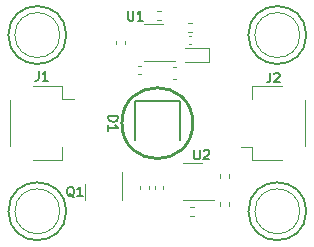
<source format=gto>
%TF.GenerationSoftware,KiCad,Pcbnew,7.0.10-7.0.10~ubuntu22.04.1*%
%TF.CreationDate,2024-06-21T12:16:53-07:00*%
%TF.ProjectId,255nm_IN_C35PPCTGU0_16mA,3235356e-6d5f-4494-9e5f-433335505043,rev?*%
%TF.SameCoordinates,Original*%
%TF.FileFunction,Legend,Top*%
%TF.FilePolarity,Positive*%
%FSLAX46Y46*%
G04 Gerber Fmt 4.6, Leading zero omitted, Abs format (unit mm)*
G04 Created by KiCad (PCBNEW 7.0.10-7.0.10~ubuntu22.04.1) date 2024-06-21 12:16:53*
%MOMM*%
%LPD*%
G01*
G04 APERTURE LIST*
%ADD10C,0.250000*%
%ADD11C,0.150000*%
%ADD12C,0.200000*%
%ADD13C,0.050000*%
%ADD14C,0.120000*%
G04 APERTURE END LIST*
D10*
X65700000Y-60000000D02*
G75*
G03*
X59700000Y-60000000I-3000000J0D01*
G01*
X59700000Y-60000000D02*
G75*
G03*
X65700000Y-60000000I3000000J0D01*
G01*
D11*
X58565704Y-59404324D02*
X59365704Y-59404324D01*
X59365704Y-59404324D02*
X59365704Y-59594800D01*
X59365704Y-59594800D02*
X59327609Y-59709086D01*
X59327609Y-59709086D02*
X59251419Y-59785276D01*
X59251419Y-59785276D02*
X59175228Y-59823371D01*
X59175228Y-59823371D02*
X59022847Y-59861467D01*
X59022847Y-59861467D02*
X58908561Y-59861467D01*
X58908561Y-59861467D02*
X58756180Y-59823371D01*
X58756180Y-59823371D02*
X58679990Y-59785276D01*
X58679990Y-59785276D02*
X58603800Y-59709086D01*
X58603800Y-59709086D02*
X58565704Y-59594800D01*
X58565704Y-59594800D02*
X58565704Y-59404324D01*
X58565704Y-60623371D02*
X58565704Y-60166228D01*
X58565704Y-60394800D02*
X59365704Y-60394800D01*
X59365704Y-60394800D02*
X59251419Y-60318609D01*
X59251419Y-60318609D02*
X59175228Y-60242419D01*
X59175228Y-60242419D02*
X59137133Y-60166228D01*
X52643133Y-55620095D02*
X52643133Y-56191523D01*
X52643133Y-56191523D02*
X52605038Y-56305809D01*
X52605038Y-56305809D02*
X52528847Y-56382000D01*
X52528847Y-56382000D02*
X52414562Y-56420095D01*
X52414562Y-56420095D02*
X52338371Y-56420095D01*
X53443133Y-56420095D02*
X52985990Y-56420095D01*
X53214562Y-56420095D02*
X53214562Y-55620095D01*
X53214562Y-55620095D02*
X53138371Y-55734380D01*
X53138371Y-55734380D02*
X53062181Y-55810571D01*
X53062181Y-55810571D02*
X52985990Y-55848666D01*
X72274133Y-55747095D02*
X72274133Y-56318523D01*
X72274133Y-56318523D02*
X72236038Y-56432809D01*
X72236038Y-56432809D02*
X72159847Y-56509000D01*
X72159847Y-56509000D02*
X72045562Y-56547095D01*
X72045562Y-56547095D02*
X71969371Y-56547095D01*
X72616990Y-55823285D02*
X72655086Y-55785190D01*
X72655086Y-55785190D02*
X72731276Y-55747095D01*
X72731276Y-55747095D02*
X72921752Y-55747095D01*
X72921752Y-55747095D02*
X72997943Y-55785190D01*
X72997943Y-55785190D02*
X73036038Y-55823285D01*
X73036038Y-55823285D02*
X73074133Y-55899476D01*
X73074133Y-55899476D02*
X73074133Y-55975666D01*
X73074133Y-55975666D02*
X73036038Y-56089952D01*
X73036038Y-56089952D02*
X72578895Y-56547095D01*
X72578895Y-56547095D02*
X73074133Y-56547095D01*
X65836876Y-62274895D02*
X65836876Y-62922514D01*
X65836876Y-62922514D02*
X65874971Y-62998704D01*
X65874971Y-62998704D02*
X65913066Y-63036800D01*
X65913066Y-63036800D02*
X65989257Y-63074895D01*
X65989257Y-63074895D02*
X66141638Y-63074895D01*
X66141638Y-63074895D02*
X66217828Y-63036800D01*
X66217828Y-63036800D02*
X66255923Y-62998704D01*
X66255923Y-62998704D02*
X66294019Y-62922514D01*
X66294019Y-62922514D02*
X66294019Y-62274895D01*
X66636875Y-62351085D02*
X66674971Y-62312990D01*
X66674971Y-62312990D02*
X66751161Y-62274895D01*
X66751161Y-62274895D02*
X66941637Y-62274895D01*
X66941637Y-62274895D02*
X67017828Y-62312990D01*
X67017828Y-62312990D02*
X67055923Y-62351085D01*
X67055923Y-62351085D02*
X67094018Y-62427276D01*
X67094018Y-62427276D02*
X67094018Y-62503466D01*
X67094018Y-62503466D02*
X67055923Y-62617752D01*
X67055923Y-62617752D02*
X66598780Y-63074895D01*
X66598780Y-63074895D02*
X67094018Y-63074895D01*
X55654609Y-66260485D02*
X55578419Y-66222390D01*
X55578419Y-66222390D02*
X55502228Y-66146200D01*
X55502228Y-66146200D02*
X55387942Y-66031914D01*
X55387942Y-66031914D02*
X55311752Y-65993819D01*
X55311752Y-65993819D02*
X55235561Y-65993819D01*
X55273657Y-66184295D02*
X55197466Y-66146200D01*
X55197466Y-66146200D02*
X55121276Y-66070009D01*
X55121276Y-66070009D02*
X55083180Y-65917628D01*
X55083180Y-65917628D02*
X55083180Y-65650961D01*
X55083180Y-65650961D02*
X55121276Y-65498580D01*
X55121276Y-65498580D02*
X55197466Y-65422390D01*
X55197466Y-65422390D02*
X55273657Y-65384295D01*
X55273657Y-65384295D02*
X55426038Y-65384295D01*
X55426038Y-65384295D02*
X55502228Y-65422390D01*
X55502228Y-65422390D02*
X55578419Y-65498580D01*
X55578419Y-65498580D02*
X55616514Y-65650961D01*
X55616514Y-65650961D02*
X55616514Y-65917628D01*
X55616514Y-65917628D02*
X55578419Y-66070009D01*
X55578419Y-66070009D02*
X55502228Y-66146200D01*
X55502228Y-66146200D02*
X55426038Y-66184295D01*
X55426038Y-66184295D02*
X55273657Y-66184295D01*
X56378418Y-66184295D02*
X55921275Y-66184295D01*
X56149847Y-66184295D02*
X56149847Y-65384295D01*
X56149847Y-65384295D02*
X56073656Y-65498580D01*
X56073656Y-65498580D02*
X55997466Y-65574771D01*
X55997466Y-65574771D02*
X55921275Y-65612866D01*
X60223476Y-50514695D02*
X60223476Y-51162314D01*
X60223476Y-51162314D02*
X60261571Y-51238504D01*
X60261571Y-51238504D02*
X60299666Y-51276600D01*
X60299666Y-51276600D02*
X60375857Y-51314695D01*
X60375857Y-51314695D02*
X60528238Y-51314695D01*
X60528238Y-51314695D02*
X60604428Y-51276600D01*
X60604428Y-51276600D02*
X60642523Y-51238504D01*
X60642523Y-51238504D02*
X60680619Y-51162314D01*
X60680619Y-51162314D02*
X60680619Y-50514695D01*
X61480618Y-51314695D02*
X61023475Y-51314695D01*
X61252047Y-51314695D02*
X61252047Y-50514695D01*
X61252047Y-50514695D02*
X61175856Y-50628980D01*
X61175856Y-50628980D02*
X61099666Y-50705171D01*
X61099666Y-50705171D02*
X61023475Y-50743266D01*
D12*
%TO.C,D1*%
X64600000Y-58100000D02*
X60800000Y-58100000D01*
X64600000Y-58100000D02*
X64600000Y-61425000D01*
X60800000Y-58100000D02*
X60800000Y-61425000D01*
D13*
%TO.C,M1*%
X54440000Y-52540000D02*
G75*
G03*
X50640000Y-52540000I-1900000J0D01*
G01*
X50640000Y-52540000D02*
G75*
G03*
X54440000Y-52540000I1900000J0D01*
G01*
D11*
X54990000Y-52540000D02*
G75*
G03*
X50090000Y-52540000I-2450000J0D01*
G01*
X50090000Y-52540000D02*
G75*
G03*
X54990000Y-52540000I2450000J0D01*
G01*
D13*
%TO.C,M2*%
X74760000Y-52540000D02*
G75*
G03*
X70960000Y-52540000I-1900000J0D01*
G01*
X70960000Y-52540000D02*
G75*
G03*
X74760000Y-52540000I1900000J0D01*
G01*
D11*
X75310000Y-52540000D02*
G75*
G03*
X70410000Y-52540000I-2450000J0D01*
G01*
X70410000Y-52540000D02*
G75*
G03*
X75310000Y-52540000I2450000J0D01*
G01*
D13*
%TO.C,M3*%
X74760000Y-67460000D02*
G75*
G03*
X70960000Y-67460000I-1900000J0D01*
G01*
X70960000Y-67460000D02*
G75*
G03*
X74760000Y-67460000I1900000J0D01*
G01*
D11*
X75310000Y-67460000D02*
G75*
G03*
X70410000Y-67460000I-2450000J0D01*
G01*
X70410000Y-67460000D02*
G75*
G03*
X75310000Y-67460000I2450000J0D01*
G01*
D13*
%TO.C,M4*%
X54440000Y-67460000D02*
G75*
G03*
X50640000Y-67460000I-1900000J0D01*
G01*
X50640000Y-67460000D02*
G75*
G03*
X54440000Y-67460000I1900000J0D01*
G01*
D11*
X54990000Y-67460000D02*
G75*
G03*
X50090000Y-67460000I-2450000J0D01*
G01*
X50090000Y-67460000D02*
G75*
G03*
X54990000Y-67460000I2450000J0D01*
G01*
D14*
%TO.C,J1*%
X54665000Y-56890000D02*
X54665000Y-57940000D01*
X52165000Y-56890000D02*
X54665000Y-56890000D01*
X54665000Y-57940000D02*
X55655000Y-57940000D01*
X50195000Y-58060000D02*
X50195000Y-61940000D01*
X54665000Y-63110000D02*
X54665000Y-62060000D01*
X52165000Y-63110000D02*
X54665000Y-63110000D01*
%TO.C,J2*%
X70735000Y-63110000D02*
X70735000Y-62060000D01*
X73235000Y-63110000D02*
X70735000Y-63110000D01*
X70735000Y-62060000D02*
X69745000Y-62060000D01*
X75205000Y-61940000D02*
X75205000Y-58060000D01*
X70735000Y-56890000D02*
X70735000Y-57940000D01*
X73235000Y-56890000D02*
X70735000Y-56890000D01*
%TO.C,R1*%
X68807600Y-64338959D02*
X68807600Y-64646241D01*
X68047600Y-64338959D02*
X68047600Y-64646241D01*
%TO.C,R6*%
X62993241Y-51256200D02*
X62685959Y-51256200D01*
X62993241Y-50496200D02*
X62685959Y-50496200D01*
%TO.C,R4*%
X59183000Y-53317841D02*
X59183000Y-53010559D01*
X59943000Y-53317841D02*
X59943000Y-53010559D01*
%TO.C,U2*%
X65657700Y-66491000D02*
X67457700Y-66491000D01*
X65657700Y-66491000D02*
X64857700Y-66491000D01*
X65657700Y-63371000D02*
X66457700Y-63371000D01*
X65657700Y-63371000D02*
X64857700Y-63371000D01*
%TO.C,C3*%
X62485200Y-65563836D02*
X62485200Y-65348164D01*
X63205200Y-65563836D02*
X63205200Y-65348164D01*
%TO.C,R3*%
X68047600Y-67004441D02*
X68047600Y-66697159D01*
X68807600Y-67004441D02*
X68807600Y-66697159D01*
%TO.C,L1*%
X63997621Y-55243000D02*
X64323179Y-55243000D01*
X63997621Y-56263000D02*
X64323179Y-56263000D01*
%TO.C,R2*%
X65506559Y-67101000D02*
X65813841Y-67101000D01*
X65506559Y-67861000D02*
X65813841Y-67861000D01*
%TO.C,C1*%
X61299036Y-55859000D02*
X61083364Y-55859000D01*
X61299036Y-55139000D02*
X61083364Y-55139000D01*
%TO.C,C4*%
X61260200Y-65568836D02*
X61260200Y-65353164D01*
X61980200Y-65568836D02*
X61980200Y-65353164D01*
%TO.C,C2*%
X65342164Y-52604800D02*
X65557836Y-52604800D01*
X65342164Y-53324800D02*
X65557836Y-53324800D01*
%TO.C,Q1*%
X59715800Y-65834500D02*
X59715800Y-64159500D01*
X59715800Y-65834500D02*
X59715800Y-66484500D01*
X56595800Y-65834500D02*
X56595800Y-65184500D01*
X56595800Y-65834500D02*
X56595800Y-66484500D01*
%TO.C,D2*%
X67035000Y-54825000D02*
X67035000Y-53625000D01*
X65075000Y-54825000D02*
X67035000Y-54825000D01*
X65075000Y-53625000D02*
X67035000Y-53625000D01*
%TO.C,R5*%
X65613841Y-52278000D02*
X65306559Y-52278000D01*
X65613841Y-51518000D02*
X65306559Y-51518000D01*
%TO.C,U1*%
X62356500Y-54757800D02*
X64156500Y-54757800D01*
X62356500Y-54757800D02*
X61556500Y-54757800D01*
X62356500Y-51637800D02*
X63156500Y-51637800D01*
X62356500Y-51637800D02*
X61556500Y-51637800D01*
%TD*%
M02*

</source>
